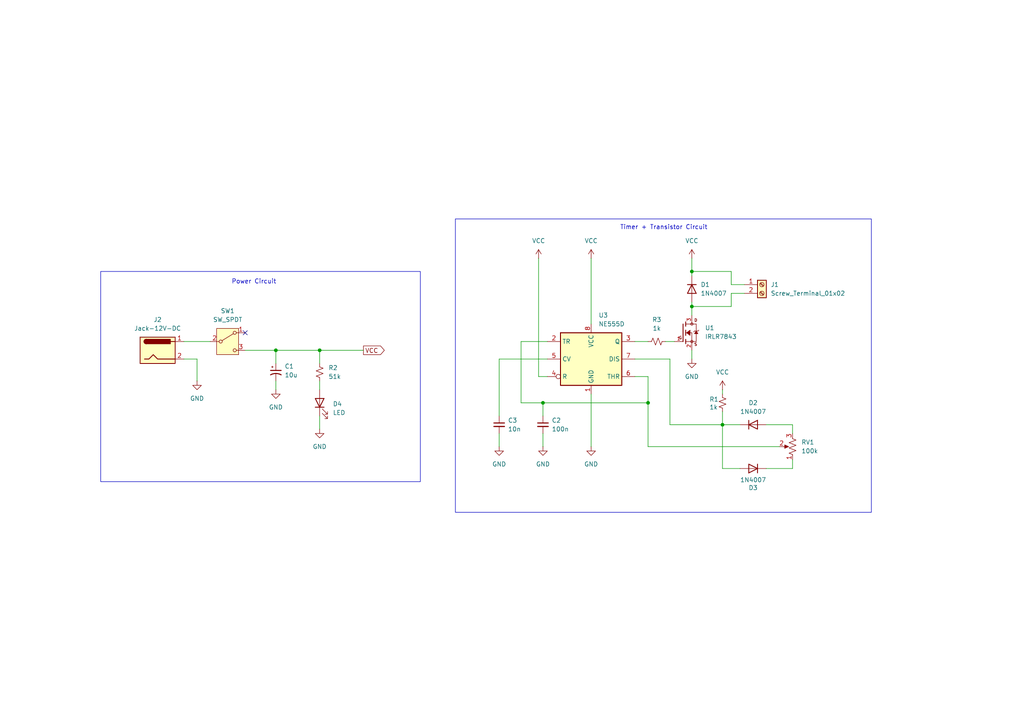
<source format=kicad_sch>
(kicad_sch (version 20250114) (generator "eeschema") (generator_version "9.0")
  (paper "A4")
  (title_block (title "Adjustable Fan Controller") (date "2026-02-27") (rev "1.0") (company "OSSEM"))
  (lib_symbols
    (symbol "Connector:Jack-DC" (pin_names (offset 1.016))
      (property "Reference" "J" (at 0 5.334 0))
      (property "Value" "Jack-DC" (at 0 -5.08 0))
      (symbol "Jack-DC_0_1"
        (rectangle (start -5.08 3.81) (end 5.08 -3.81) (stroke (width 0.254)) (fill (type background)))
        (polyline (pts (xy -3.81 -2.54) (xy -2.54 -2.54) (xy -1.27 -1.27) (xy 0 -2.54) (xy 2.54 -2.54) (xy 5.08 -2.54)) (stroke (width 0.254)))
        (arc (start -3.302 1.905) (mid -3.9343 2.54) (end -3.302 3.175) (stroke (width 0.254)))
        (arc (start -3.302 1.905) (mid -3.9343 2.54) (end -3.302 3.175) (stroke (width 0.254)) (fill (type outline)))
        (rectangle (start 3.683 3.175) (end -3.302 1.905) (stroke (width 0.254)) (fill (type outline)))
        (polyline (pts (xy 5.08 2.54) (xy 3.81 2.54)) (stroke (width 0.254)))
      )
      (symbol "Jack-DC_1_1"
        (pin passive line (at 7.62 2.54 180) (length 2.54) (name "~") (number "1"))
        (pin passive line (at 7.62 -2.54 180) (length 2.54) (name "~") (number "2"))
      )
    )
    (symbol "Connector:Screw_Terminal_01x02" (pin_names (offset 1.016) (hide yes))
      (property "Reference" "J" (at 0 2.54 0))
      (property "Value" "Screw_Terminal_01x02" (at 0 -5.08 0))
      (symbol "Screw_Terminal_01x02_1_1"
        (rectangle (start -1.27 1.27) (end 1.27 -3.81) (stroke (width 0.254)) (fill (type background)))
        (polyline (pts (xy -0.5334 0.3302) (xy 0.3302 -0.508)) (stroke (width 0.1524)))
        (polyline (pts (xy -0.5334 -2.2098) (xy 0.3302 -3.048)) (stroke (width 0.1524)))
        (polyline (pts (xy -0.3556 0.508) (xy 0.508 -0.3302)) (stroke (width 0.1524)))
        (polyline (pts (xy -0.3556 -2.032) (xy 0.508 -2.8702)) (stroke (width 0.1524)))
        (circle (center 0 0) (radius 0.635) (stroke (width 0.1524)))
        (circle (center 0 -2.54) (radius 0.635) (stroke (width 0.1524)))
        (pin passive line (at -5.08 0 0) (length 3.81) (name "Pin_1") (number "1"))
        (pin passive line (at -5.08 -2.54 0) (length 3.81) (name "Pin_2") (number "2"))
      )
    )
    (symbol "Device:C_Polarized_Small_US" (pin_numbers (hide yes)) (pin_names (offset 0.254) (hide yes))
      (property "Reference" "C" (at 0.254 1.778 0))
      (property "Value" "C_Polarized_Small_US" (at 0.254 -2.032 0))
      (symbol "C_Polarized_Small_US_0_1"
        (polyline (pts (xy -1.524 0.508) (xy 1.524 0.508)) (stroke (width 0.3048)))
        (polyline (pts (xy -1.27 1.524) (xy -0.762 1.524)))
        (polyline (pts (xy -1.016 1.27) (xy -1.016 1.778)))
        (arc (start -1.524 -0.762) (mid 0 -0.3734) (end 1.524 -0.762) (stroke (width 0.3048)))
      )
      (symbol "C_Polarized_Small_US_1_1"
        (pin passive line (at 0 2.54 270) (length 2.032) (name "~") (number "1"))
        (pin passive line (at 0 -2.54 90) (length 2.032) (name "~") (number "2"))
      )
    )
    (symbol "Device:C_Small" (pin_numbers (hide yes)) (pin_names (offset 0.254) (hide yes))
      (property "Reference" "C" (at 0.254 1.778 0))
      (property "Value" "C_Small" (at 0.254 -2.032 0))
      (symbol "C_Small_0_1"
        (polyline (pts (xy -1.524 0.508) (xy 1.524 0.508)) (stroke (width 0.3048)))
        (polyline (pts (xy -1.524 -0.508) (xy 1.524 -0.508)) (stroke (width 0.3302)))
      )
      (symbol "C_Small_1_1"
        (pin passive line (at 0 2.54 270) (length 2.032) (name "~") (number "1"))
        (pin passive line (at 0 -2.54 90) (length 2.032) (name "~") (number "2"))
      )
    )
    (symbol "Device:LED" (pin_numbers (hide yes)) (pin_names (offset 1.016) (hide yes))
      (property "Reference" "D" (at 0 2.54 0))
      (property "Value" "LED" (at 0 -2.54 0))
      (symbol "LED_0_1"
        (polyline (pts (xy -3.048 -0.762) (xy -4.572 -2.286) (xy -3.81 -2.286) (xy -4.572 -2.286) (xy -4.572 -1.524)))
        (polyline (pts (xy -1.778 -0.762) (xy -3.302 -2.286) (xy -2.54 -2.286) (xy -3.302 -2.286) (xy -3.302 -1.524)))
        (polyline (pts (xy -1.27 0) (xy 1.27 0)))
        (polyline (pts (xy -1.27 -1.27) (xy -1.27 1.27)) (stroke (width 0.254)))
        (polyline (pts (xy 1.27 -1.27) (xy 1.27 1.27) (xy -1.27 0) (xy 1.27 -1.27)) (stroke (width 0.254)))
      )
      (symbol "LED_1_1"
        (pin passive line (at -3.81 0 0) (length 2.54) (name "K") (number "1"))
        (pin passive line (at 3.81 0 180) (length 2.54) (name "A") (number "2"))
      )
    )
    (symbol "Device:R_Potentiometer_US" (pin_names (offset 1.016) (hide yes))
      (property "Reference" "RV" (at -4.445 0 90))
      (property "Value" "R_Potentiometer_US" (at -2.54 0 90))
      (symbol "R_Potentiometer_US_0_1"
        (polyline (pts (xy 0 2.54) (xy 0 2.286)))
        (polyline (pts (xy 0 2.286) (xy 1.016 1.905) (xy 0 1.524) (xy -1.016 1.143) (xy 0 0.762)))
        (polyline (pts (xy 0 0.762) (xy 1.016 0.381) (xy 0 0) (xy -1.016 -0.381) (xy 0 -0.762)))
        (polyline (pts (xy 0 -0.762) (xy 1.016 -1.143) (xy 0 -1.524) (xy -1.016 -1.905) (xy 0 -2.286)))
        (polyline (pts (xy 0 -2.286) (xy 0 -2.54)))
        (polyline (pts (xy 1.143 0) (xy 2.286 0.508) (xy 2.286 -0.508) (xy 1.143 0)) (fill (type outline)))
        (polyline (pts (xy 2.54 0) (xy 1.524 0)))
      )
      (symbol "R_Potentiometer_US_1_1"
        (pin passive line (at 0 3.81 270) (length 1.27) (name "1") (number "1"))
        (pin passive line (at 0 -3.81 90) (length 1.27) (name "3") (number "3"))
        (pin passive line (at 3.81 0 180) (length 1.27) (name "2") (number "2"))
      )
    )
    (symbol "Device:R_Small_US" (pin_numbers (hide yes)) (pin_names (offset 0.254) (hide yes))
      (property "Reference" "R" (at 0.762 0.508 0))
      (property "Value" "R_Small_US" (at 0.762 -1.016 0))
      (symbol "R_Small_US_1_1"
        (polyline (pts (xy 0 1.524) (xy 1.016 1.143) (xy 0 0.762) (xy -1.016 0.381) (xy 0 0)))
        (polyline (pts (xy 0 0) (xy 1.016 -0.381) (xy 0 -0.762) (xy -1.016 -1.143) (xy 0 -1.524)))
        (pin passive line (at 0 2.54 270) (length 1.016) (name "~") (number "1"))
        (pin passive line (at 0 -2.54 90) (length 1.016) (name "~") (number "2"))
      )
    )
    (symbol "Diode:1N4007" (pin_numbers (hide yes)) (pin_names (hide yes))
      (property "Reference" "D" (at 0 2.54 0))
      (property "Value" "1N4007" (at 0 -2.54 0))
      (symbol "1N4007_0_1"
        (polyline (pts (xy -1.27 1.27) (xy -1.27 -1.27)) (stroke (width 0.254)))
        (polyline (pts (xy 1.27 1.27) (xy 1.27 -1.27) (xy -1.27 0) (xy 1.27 1.27)) (stroke (width 0.254)))
        (polyline (pts (xy 1.27 0) (xy -1.27 0)))
      )
      (symbol "1N4007_1_1"
        (pin passive line (at -3.81 0 0) (length 2.54) (name "K") (number "1"))
        (pin passive line (at 3.81 0 180) (length 2.54) (name "A") (number "2"))
      )
    )
    (symbol "IRLR7843:IRLR7843" (pin_names (offset 1.016))
      (property "Reference" "U" (at 5.08 0.635 0))
      (property "Value" "IRLR7843" (at 5.08 -1.27 0))
      (symbol "IRLR7843_0_0"
        (polyline (pts (xy 0 2.54) (xy 0 -2.54)) (stroke (width 0.254)))
        (polyline (pts (xy 0.762 3.175) (xy 0.762 2.54)) (stroke (width 0.254)))
        (polyline (pts (xy 0.762 2.54) (xy 0.762 1.905)) (stroke (width 0.254)))
        (polyline (pts (xy 0.762 2.54) (xy 3.81 2.54)) (stroke (width 0.1524)))
        (polyline (pts (xy 0.762 0.762) (xy 0.762 0)) (stroke (width 0.254)))
        (polyline (pts (xy 0.762 0) (xy 0.762 -0.762)) (stroke (width 0.254)))
        (polyline (pts (xy 0.762 0) (xy 2.54 0)) (stroke (width 0.1524)))
        (polyline (pts (xy 0.762 -1.905) (xy 0.762 -2.54)) (stroke (width 0.254)))
        (polyline (pts (xy 0.762 -2.54) (xy 0.762 -3.175)) (stroke (width 0.254)))
        (polyline (pts (xy 1.016 0) (xy 2.032 0.762) (xy 2.032 -0.762) (xy 1.016 0)) (stroke (width 0.1524)) (fill (type outline)))
        (circle (center 2.54 2.54) (radius 0.3592))
        (polyline (pts (xy 2.54 0) (xy 2.54 -2.54)) (stroke (width 0.1524)))
        (polyline (pts (xy 2.54 -2.54) (xy 0.762 -2.54)) (stroke (width 0.1524)))
        (polyline (pts (xy 2.54 -2.54) (xy 3.81 -2.54)) (stroke (width 0.1524)))
        (circle (center 2.54 -2.54) (radius 0.3592))
        (polyline (pts (xy 3.302 0.508) (xy 3.048 0.254)) (stroke (width 0.1524)))
        (polyline (pts (xy 3.81 2.54) (xy 3.81 0.508)) (stroke (width 0.1524)))
        (polyline (pts (xy 3.81 0.508) (xy 3.302 0.508)) (stroke (width 0.1524)))
        (polyline (pts (xy 3.81 0.508) (xy 3.81 -2.54)) (stroke (width 0.1524)))
        (polyline (pts (xy 3.81 0.508) (xy 3.302 -0.254) (xy 4.318 -0.254) (xy 3.81 0.508)) (stroke (width 0.1524)) (fill (type outline)))
        (polyline (pts (xy 4.318 0.508) (xy 3.81 0.508)) (stroke (width 0.1524)))
        (polyline (pts (xy 4.572 0.762) (xy 4.318 0.508)) (stroke (width 0.1524)))
        (text "G" (at -1.27 -1.905 0) (effects (font (size 0.8128 0.8128)) (justify left bottom)))
        (text "D" (at 3.175 3.175 0) (effects (font (size 0.8128 0.8128)) (justify left bottom)))
        (text "S" (at 3.175 -3.81 0) (effects (font (size 0.8128 0.8128)) (justify left bottom)))
        (pin bidirectional line (at -2.54 -2.54 0) (length 2.54) (name "~") (number "1"))
        (pin bidirectional line (at 2.54 5.08 270) (length 2.54) (name "~") (number "3"))
        (pin bidirectional line (at 2.54 -5.08 90) (length 2.54) (name "~") (number "2"))
      )
    )
    (symbol "Switch:SW_SPDT" (pin_names (offset 0) (hide yes))
      (property "Reference" "SW" (at 0 5.08 0))
      (property "Value" "SW_SPDT" (at 0 -5.08 0))
      (symbol "SW_SPDT_0_1"
        (circle (center -2.032 0) (radius 0.4572))
        (polyline (pts (xy -1.651 0.254) (xy 1.651 2.286)))
        (circle (center 2.032 2.54) (radius 0.4572))
        (circle (center 2.032 -2.54) (radius 0.4572))
      )
      (symbol "SW_SPDT_1_1"
        (rectangle (start -3.175 3.81) (end 3.175 -3.81) (fill (type background)))
        (pin passive line (at -5.08 0 0) (length 2.54) (name "B") (number "2"))
        (pin passive line (at 5.08 2.54 180) (length 2.54) (name "A") (number "1"))
        (pin passive line (at 5.08 -2.54 180) (length 2.54) (name "C") (number "3"))
      )
    )
    (symbol "Timer:NE555D"
      (property "Reference" "U" (at -10.16 8.89 0))
      (property "Value" "NE555D" (at 2.54 8.89 0))
      (symbol "NE555D_0_0"
        (pin power_in line (at 0 10.16 270) (length 2.54) (name "VCC") (number "8"))
        (pin power_in line (at 0 -10.16 90) (length 2.54) (name "GND") (number "1"))
      )
      (symbol "NE555D_0_1"
        (rectangle (start -8.89 -7.62) (end 8.89 7.62) (stroke (width 0.254)) (fill (type background)))
        (rectangle (start -8.89 -7.62) (end 8.89 7.62) (stroke (width 0.254)) (fill (type background)))
      )
      (symbol "NE555D_1_1"
        (pin input line (at -12.7 5.08 0) (length 3.81) (name "TR") (number "2"))
        (pin input line (at -12.7 0 0) (length 3.81) (name "CV") (number "5"))
        (pin input inverted (at -12.7 -5.08 0) (length 3.81) (name "R") (number "4"))
        (pin output line (at 12.7 5.08 180) (length 3.81) (name "Q") (number "3"))
        (pin input line (at 12.7 0 180) (length 3.81) (name "DIS") (number "7"))
        (pin input line (at 12.7 -5.08 180) (length 3.81) (name "THR") (number "6"))
      )
    )
    (symbol "power:GND" (power) (pin_numbers (hide yes)) (pin_names (offset 0) (hide yes))
      (property "Value" "GND" (at 0 -3.81 0))
      (symbol "GND_0_1"
        (polyline (pts (xy 0 0) (xy 0 -1.27) (xy 1.27 -1.27) (xy 0 -2.54) (xy -1.27 -1.27) (xy 0 -1.27)))
      )
      (symbol "GND_1_1"
        (pin power_in line (at 0 0 270) (length 0) (name "~") (number "1"))
      )
    )
    (symbol "power:VCC" (power) (pin_numbers (hide yes)) (pin_names (offset 0) (hide yes))
      (property "Value" "VCC" (at 0 3.556 0))
      (symbol "VCC_0_1"
        (polyline (pts (xy -0.762 1.27) (xy 0 2.54)))
        (polyline (pts (xy 0 2.54) (xy 0.762 1.27)))
        (polyline (pts (xy 0 0) (xy 0 2.54)))
      )
      (symbol "VCC_1_1"
        (pin power_in line (at 0 0 90) (length 0) (name "~") (number "1"))
      )
    )
  )
  (rectangle (start 132.08 63.5) (end 252.73 148.59))
  (rectangle (start 29.21 78.74) (end 121.92 139.7))
  (text "Power Circuit" (at 73.66 81.788 0) (effects (font (size 1.27 1.27))))
  (text "Timer + Transistor Circuit" (at 192.532 66.04 0) (effects (font (size 1.27 1.27))))
  (junction (at 92.71 101.6))
  (junction (at 80.01 101.6))
  (junction (at 157.48 116.84))
  (junction (at 187.96 116.84))
  (junction (at 200.66 88.9))
  (junction (at 209.55 123.19))
  (junction (at 200.66 78.74))
  (no_connect (at 71.12 96.52))
  (wire (pts (xy 187.96 109.22) (xy 184.15 109.22)))
  (wire (pts (xy 71.12 101.6) (xy 80.01 101.6)))
  (wire (pts (xy 209.55 119.38) (xy 209.55 123.19)))
  (wire (pts (xy 92.71 101.6) (xy 105.41 101.6)))
  (wire (pts (xy 187.96 109.22) (xy 187.96 116.84)))
  (wire (pts (xy 151.13 116.84) (xy 157.48 116.84)))
  (wire (pts (xy 187.96 129.54) (xy 226.06 129.54)))
  (wire (pts (xy 158.75 104.14) (xy 144.78 104.14)))
  (wire (pts (xy 212.09 82.55) (xy 212.09 78.74)))
  (wire (pts (xy 229.87 135.89) (xy 229.87 133.35)))
  (wire (pts (xy 214.63 123.19) (xy 209.55 123.19)))
  (wire (pts (xy 157.48 116.84) (xy 157.48 120.65)))
  (wire (pts (xy 215.9 85.09) (xy 212.09 85.09)))
  (wire (pts (xy 209.55 135.89) (xy 214.63 135.89)))
  (wire (pts (xy 92.71 120.65) (xy 92.71 124.46)))
  (wire (pts (xy 144.78 104.14) (xy 144.78 120.65)))
  (wire (pts (xy 171.45 114.3) (xy 171.45 129.54)))
  (wire (pts (xy 187.96 129.54) (xy 187.96 116.84)))
  (wire (pts (xy 200.66 78.74) (xy 200.66 80.01)))
  (wire (pts (xy 200.66 101.6) (xy 200.66 104.14)))
  (wire (pts (xy 80.01 110.49) (xy 80.01 113.03)))
  (wire (pts (xy 212.09 85.09) (xy 212.09 88.9)))
  (wire (pts (xy 156.21 74.93) (xy 156.21 109.22)))
  (wire (pts (xy 209.55 113.03) (xy 209.55 114.3)))
  (wire (pts (xy 187.96 99.06) (xy 184.15 99.06)))
  (wire (pts (xy 80.01 101.6) (xy 80.01 105.41)))
  (wire (pts (xy 144.78 125.73) (xy 144.78 129.54)))
  (wire (pts (xy 156.21 109.22) (xy 158.75 109.22)))
  (wire (pts (xy 194.31 104.14) (xy 194.31 123.19)))
  (wire (pts (xy 222.25 123.19) (xy 229.87 123.19)))
  (wire (pts (xy 229.87 123.19) (xy 229.87 125.73)))
  (wire (pts (xy 92.71 110.49) (xy 92.71 113.03)))
  (wire (pts (xy 80.01 101.6) (xy 92.71 101.6)))
  (wire (pts (xy 92.71 101.6) (xy 92.71 105.41)))
  (wire (pts (xy 171.45 74.93) (xy 171.45 93.98)))
  (wire (pts (xy 215.9 82.55) (xy 212.09 82.55)))
  (wire (pts (xy 57.15 110.49) (xy 57.15 104.14)))
  (wire (pts (xy 222.25 135.89) (xy 229.87 135.89)))
  (wire (pts (xy 209.55 123.19) (xy 209.55 135.89)))
  (wire (pts (xy 157.48 125.73) (xy 157.48 129.54)))
  (wire (pts (xy 157.48 116.84) (xy 187.96 116.84)))
  (wire (pts (xy 151.13 99.06) (xy 151.13 116.84)))
  (wire (pts (xy 212.09 88.9) (xy 200.66 88.9)))
  (wire (pts (xy 193.04 99.06) (xy 195.58 99.06)))
  (wire (pts (xy 53.34 99.06) (xy 60.96 99.06)))
  (wire (pts (xy 200.66 87.63) (xy 200.66 88.9)))
  (wire (pts (xy 158.75 99.06) (xy 151.13 99.06)))
  (wire (pts (xy 194.31 123.19) (xy 209.55 123.19)))
  (wire (pts (xy 184.15 104.14) (xy 194.31 104.14)))
  (wire (pts (xy 200.66 74.93) (xy 200.66 78.74)))
  (wire (pts (xy 200.66 78.74) (xy 212.09 78.74)))
  (wire (pts (xy 200.66 88.9) (xy 200.66 91.44)))
  (wire (pts (xy 57.15 104.14) (xy 53.34 104.14)))
  (global_label "VCC" (shape output) (at 105.41 101.6 0) (property "Intersheetrefs" "${INTERSHEET_REFS}" (effects (hide yes))))
  (symbol (lib_id "Device:R_Potentiometer_US") (at 229.87 129.54 180) (unit 1)
    (property "Reference" "RV1" (at 232.41 128.2699 0) (effects (justify right)))
    (property "Value" "100k" (at 232.41 130.8099 0) (effects (justify right)))
    (property "Description" "Potentiometer, US symbol" (effects (hide yes)))
  )
  (symbol (lib_id "power:GND") (at 57.15 110.49 0) (unit 1)
    (property "Reference" "#PWR010" (effects (hide yes)))
    (property "Value" "GND" (at 57.15 115.57 0))
    (property "Description" "Power symbol creates a global label with name \"GND\" , ground" (effects (hide yes)))
  )
  (symbol (lib_id "Device:C_Small") (at 157.48 123.19 0) (unit 1)
    (property "Reference" "C2" (at 160.02 121.9262 0) (effects (justify left)))
    (property "Value" "100n" (at 160.02 124.4662 0) (effects (justify left)))
    (property "Description" "Unpolarized capacitor, small symbol" (effects (hide yes)))
  )
  (symbol (lib_id "power:GND") (at 200.66 104.14 0) (unit 1)
    (property "Reference" "#PWR03" (effects (hide yes)))
    (property "Value" "GND" (at 200.66 109.22 0))
    (property "Description" "Power symbol creates a global label with name \"GND\" , ground" (effects (hide yes)))
  )
  (symbol (lib_id "Switch:SW_SPDT") (at 66.04 99.06 0) (unit 1)
    (property "Reference" "SW1" (at 66.04 90.17 0))
    (property "Value" "SW_SPDT" (at 66.04 92.71 0))
    (property "Footprint" "Button_Switch_THT:SW_CK_JS202011AQN_DPDT_Angled" (effects (hide yes)))
    (property "Description" "Switch, single pole double throw" (effects (hide yes)))
  )
  (symbol (lib_id "Device:R_Small_US") (at 190.5 99.06 90) (unit 1)
    (property "Reference" "R3" (at 190.5 92.71 90))
    (property "Value" "1k" (at 190.5 95.25 90))
    (property "Description" "Resistor, small US symbol" (effects (hide yes)))
  )
  (symbol (lib_id "Device:LED") (at 92.71 116.84 90) (unit 1)
    (property "Reference" "D4" (at 96.52 117.1574 90) (effects (justify right)))
    (property "Value" "LED" (at 96.52 119.6974 90) (effects (justify right)))
    (property "Footprint" "LED_SMD:LED_1206_3216Metric" (effects (hide yes)))
    (property "Description" "Light emitting diode" (effects (hide yes)))
    (property "Sim.Pins" "1=K 2=A" (effects (hide yes)))
  )
  (symbol (lib_id "Device:R_Small_US") (at 92.71 107.95 0) (unit 1)
    (property "Reference" "R2" (at 95.25 106.6799 0) (effects (justify left)))
    (property "Value" "51k" (at 95.25 109.2199 0) (effects (justify left)))
    (property "Description" "Resistor, small US symbol" (effects (hide yes)))
  )
  (symbol (lib_id "Diode:1N4007") (at 218.44 135.89 180) (unit 1)
    (property "Reference" "D3" (at 218.44 141.478 0))
    (property "Value" "1N4007" (at 218.44 139.192 0))
    (property "Footprint" "Diode_THT:D_DO-41_SOD81_P10.16mm_Horizontal" (effects (hide yes)))
    (property "Datasheet" "http://www.vishay.com/docs/88503/1n4001.pdf" (effects (hide yes)))
    (property "Description" "1000V 1A General Purpose Rectifier Diode, DO-41" (effects (hide yes)))
    (property "Sim.Device" "D" (effects (hide yes)))
    (property "Sim.Pins" "1=K 2=A" (effects (hide yes)))
  )
  (symbol (lib_id "power:VCC") (at 156.21 74.93 0) (unit 1)
    (property "Reference" "#PWR05" (effects (hide yes)))
    (property "Value" "VCC" (at 156.21 69.85 0))
    (property "Description" "Power symbol creates a global label with name \"VCC\"" (effects (hide yes)))
  )
  (symbol (lib_id "power:GND") (at 92.71 124.46 0) (unit 1)
    (property "Reference" "#PWR09" (effects (hide yes)))
    (property "Value" "GND" (at 92.71 129.54 0))
    (property "Description" "Power symbol creates a global label with name \"GND\" , ground" (effects (hide yes)))
  )
  (symbol (lib_id "Timer:NE555D") (at 171.45 104.14 0) (unit 1)
    (property "Reference" "U3" (at 173.5933 91.44 0) (effects (justify left)))
    (property "Value" "NE555D" (at 173.5933 93.98 0) (effects (justify left)))
    (property "Footprint" "Package_SO:SOIC-8_3.9x4.9mm_P1.27mm" (effects (hide yes)))
    (property "Datasheet" "http://www.ti.com/lit/ds/symlink/ne555.pdf" (effects (hide yes)))
    (property "Description" "Precision Timers, 555 compatible, SOIC-8" (effects (hide yes)))
  )
  (symbol (lib_id "Device:C_Small") (at 144.78 123.19 0) (unit 1)
    (property "Reference" "C3" (at 147.32 121.9262 0) (effects (justify left)))
    (property "Value" "10n" (at 147.32 124.4662 0) (effects (justify left)))
    (property "Description" "Unpolarized capacitor, small symbol" (effects (hide yes)))
  )
  (symbol (lib_id "power:GND") (at 171.45 129.54 0) (unit 1)
    (property "Reference" "#PWR04" (effects (hide yes)))
    (property "Value" "GND" (at 171.45 134.62 0))
    (property "Description" "Power symbol creates a global label with name \"GND\" , ground" (effects (hide yes)))
  )
  (symbol (lib_id "power:VCC") (at 171.45 74.93 0) (unit 1)
    (property "Reference" "#PWR06" (effects (hide yes)))
    (property "Value" "VCC" (at 171.45 69.85 0))
    (property "Description" "Power symbol creates a global label with name \"VCC\"" (effects (hide yes)))
  )
  (symbol (lib_id "Device:C_Polarized_Small_US") (at 80.01 107.95 0) (unit 1)
    (property "Reference" "C1" (at 82.55 106.2481 0) (effects (justify left)))
    (property "Value" "10u" (at 82.55 108.7881 0) (effects (justify left)))
    (property "Description" "Polarized capacitor, small US symbol" (effects (hide yes)))
  )
  (symbol (lib_id "Diode:1N4007") (at 200.66 83.82 270) (unit 1)
    (property "Reference" "D1" (at 203.2 82.5499 90) (effects (justify left)))
    (property "Value" "1N4007" (at 203.2 85.0899 90) (effects (justify left)))
    (property "Footprint" "Diode_THT:D_DO-41_SOD81_P10.16mm_Horizontal" (effects (hide yes)))
    (property "Datasheet" "http://www.vishay.com/docs/88503/1n4001.pdf" (effects (hide yes)))
    (property "Description" "1000V 1A General Purpose Rectifier Diode, DO-41" (effects (hide yes)))
    (property "Sim.Device" "D" (effects (hide yes)))
    (property "Sim.Pins" "1=K 2=A" (effects (hide yes)))
  )
  (symbol (lib_id "power:GND") (at 144.78 129.54 0) (unit 1)
    (property "Reference" "#PWR08" (effects (hide yes)))
    (property "Value" "GND" (at 144.78 134.62 0))
    (property "Description" "Power symbol creates a global label with name \"GND\" , ground" (effects (hide yes)))
  )
  (symbol (lib_id "power:VCC") (at 200.66 74.93 0) (unit 1)
    (property "Reference" "#PWR01" (effects (hide yes)))
    (property "Value" "VCC" (at 200.66 69.85 0))
    (property "Description" "Power symbol creates a global label with name \"VCC\"" (effects (hide yes)))
  )
  (symbol (lib_id "Connector:Screw_Terminal_01x02") (at 220.98 82.55 0) (unit 1)
    (property "Reference" "J1" (at 223.52 82.5499 0) (effects (justify left)))
    (property "Value" "Screw_Terminal_01x02" (at 223.52 85.0899 0) (effects (justify left)))
    (property "Footprint" "TerminalBlock:TerminalBlock_MaiXu_MX126-5.0-02P_1x02_P5.00mm" (effects (hide yes)))
    (property "Description" "Generic screw terminal, single row, 01x02, script generated (kicad-library-utils/schlib/autogen/connector/)" (effects (hide yes)))
  )
  (symbol (lib_id "power:GND") (at 157.48 129.54 0) (unit 1)
    (property "Reference" "#PWR07" (effects (hide yes)))
    (property "Value" "GND" (at 157.48 134.62 0))
    (property "Description" "Power symbol creates a global label with name \"GND\" , ground" (effects (hide yes)))
  )
  (symbol (lib_id "Device:R_Small_US") (at 209.55 116.84 180) (unit 1)
    (property "Reference" "R1" (at 205.74 115.824 0) (effects (justify right)))
    (property "Value" "1k" (at 205.74 118.11 0) (effects (justify right)))
    (property "Description" "Resistor, small US symbol" (effects (hide yes)))
  )
  (symbol (lib_id "Connector:Jack-DC") (at 45.72 101.6 0) (unit 1)
    (property "Reference" "J2" (at 45.72 92.71 0))
    (property "Value" "Jack-12V-DC" (at 45.72 95.25 0))
    (property "Footprint" "Connector_BarrelJack:BarrelJack_SwitchcraftConxall_RAPC10U_Horizontal" (effects (hide yes)))
    (property "Description" "DC Barrel Jack" (effects (hide yes)))
  )
  (symbol (lib_id "Diode:1N4007") (at 218.44 123.19 0) (unit 1)
    (property "Reference" "D2" (at 218.44 116.84 0))
    (property "Value" "1N4007" (at 218.44 119.38 0))
    (property "Footprint" "Diode_THT:D_DO-41_SOD81_P10.16mm_Horizontal" (effects (hide yes)))
    (property "Datasheet" "http://www.vishay.com/docs/88503/1n4001.pdf" (effects (hide yes)))
    (property "Description" "1000V 1A General Purpose Rectifier Diode, DO-41" (effects (hide yes)))
    (property "Sim.Device" "D" (effects (hide yes)))
    (property "Sim.Pins" "1=K 2=A" (effects (hide yes)))
  )
  (symbol (lib_id "power:VCC") (at 209.55 113.03 0) (unit 1)
    (property "Reference" "#PWR02" (effects (hide yes)))
    (property "Value" "VCC" (at 209.55 107.95 0))
    (property "Description" "Power symbol creates a global label with name \"VCC\"" (effects (hide yes)))
  )
  (symbol (lib_id "IRLR7843:IRLR7843") (at 198.12 96.52 0) (unit 1)
    (property "Reference" "U1" (at 204.47 95.1036 0) (effects (justify left)))
    (property "Value" "IRLR7843" (at 204.47 97.6436 0) (effects (justify left)))
    (property "Footprint" "IRLR7843:TO252" (effects (hide yes)))
    (property "MF" "Infineon Technologies" (effects (hide yes)))
    (property "Description_1" "N-Channel 30 V 161A (Tc) 140W (Tc) Surface Mount D-Pak" (effects (hide yes)))
    (property "Package" "TO-252 Infineon" (effects (hide yes)))
    (property "Price" "None" (effects (hide yes)))
    (property "SnapEDA_Link" "https://www.snapeda.com/parts/IRLR7843/Infineon/view-part/?ref=snap" (effects (hide yes)))
    (property "MP" "IRLR7843" (effects (hide yes)))
    (property "Availability" "In Stock" (effects (hide yes)))
    (property "Check_prices" "https://www.snapeda.com/parts/IRLR7843/Infineon/view-part/?ref=eda" (effects (hide yes)))
  )
  (symbol (lib_id "power:GND") (at 80.01 113.03 0) (unit 1)
    (property "Reference" "#PWR011" (effects (hide yes)))
    (property "Value" "GND" (at 80.01 118.11 0))
    (property "Description" "Power symbol creates a global label with name \"GND\" , ground" (effects (hide yes)))
  )
)
</source>
